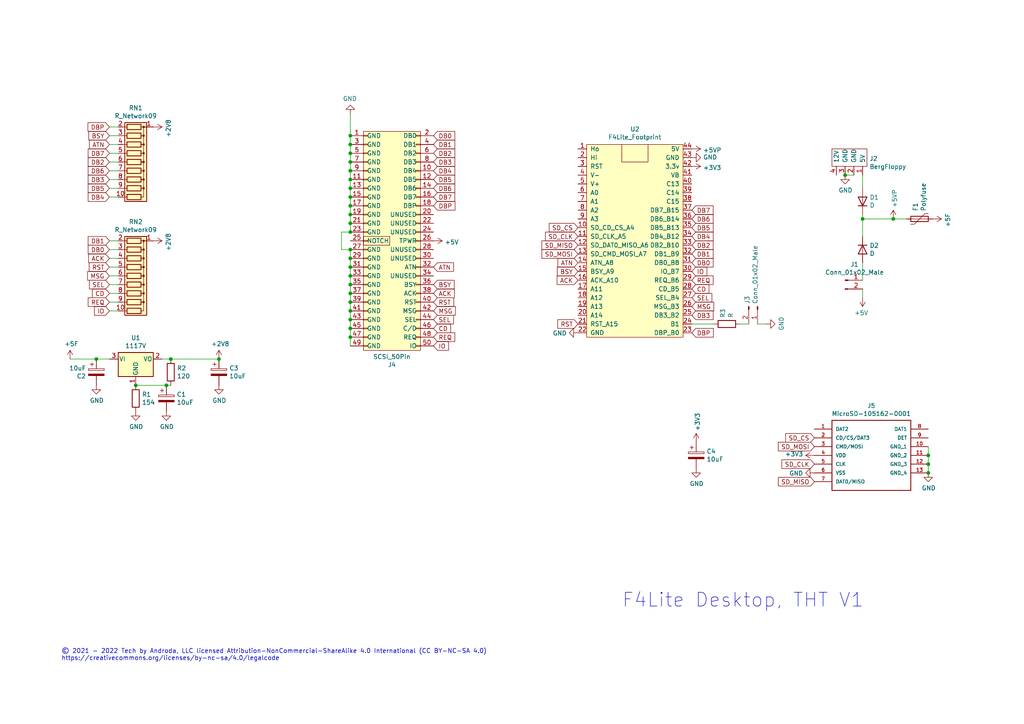
<source format=kicad_sch>
(kicad_sch (version 20211123) (generator eeschema)
  (paper "A4")
  (lib_symbols
    (symbol "Connector:Conn_01x02_Male" (pin_names (offset 1.016) hide)
      (property "Reference" "J" (at 0 2.54 0))
      (property "Value" "Conn_01x02_Male" (at 0 -5.08 0))
      (symbol "Conn_01x02_Male_1_1"
        (polyline (pts (xy 1.27 -2.54) (xy 0.8636 -2.54)) (stroke (width 0.1524)))
        (polyline (pts (xy 1.27 0) (xy 0.8636 0)) (stroke (width 0.1524)))
        (rectangle (start 0.8636 -2.413) (end 0 -2.667) (stroke (width 0.1524)) (fill (type outline)))
        (rectangle (start 0.8636 0.127) (end 0 -0.127) (stroke (width 0.1524)) (fill (type outline)))
        (pin passive line (at 5.08 0 180) (length 3.81) (name "Pin_1") (number "1"))
        (pin passive line (at 5.08 -2.54 180) (length 3.81) (name "Pin_2") (number "2"))
      )
    )
    (symbol "Device:CP" (pin_numbers hide) (pin_names (offset 0.254))
      (property "Reference" "C" (at 0.635 2.54 0))
      (property "Value" "Device_CP" (at 0.635 -2.54 0))
      (symbol "CP_0_1"
        (rectangle (start -2.286 0.508) (end 2.286 1.016))
        (polyline (pts (xy -1.778 2.286) (xy -0.762 2.286)))
        (polyline (pts (xy -1.27 2.794) (xy -1.27 1.778)))
        (rectangle (start 2.286 -0.508) (end -2.286 -1.016) (fill (type outline)))
      )
      (symbol "CP_1_1"
        (pin passive line (at 0 3.81 270) (length 2.794) (name "~") (number "1"))
        (pin passive line (at 0 -3.81 90) (length 2.794) (name "~") (number "2"))
      )
    )
    (symbol "Device:D" (pin_numbers hide) (pin_names (offset 1.016) hide)
      (property "Reference" "D" (at 0 2.54 0))
      (property "Value" "D" (at 0 -2.54 0))
      (symbol "D_0_1"
        (polyline (pts (xy -1.27 1.27) (xy -1.27 -1.27)) (stroke (width 0.254)))
        (polyline (pts (xy 1.27 0) (xy -1.27 0)))
        (polyline (pts (xy 1.27 1.27) (xy 1.27 -1.27) (xy -1.27 0) (xy 1.27 1.27)) (stroke (width 0.254)))
      )
      (symbol "D_1_1"
        (pin passive line (at -3.81 0 0) (length 2.54) (name "K") (number "1"))
        (pin passive line (at 3.81 0 180) (length 2.54) (name "A") (number "2"))
      )
    )
    (symbol "Device:Polyfuse" (pin_numbers hide) (pin_names (offset 0))
      (property "Reference" "F" (at -2.54 0 90))
      (property "Value" "Polyfuse" (at 2.54 0 90))
      (symbol "Polyfuse_0_1"
        (rectangle (start -0.762 2.54) (end 0.762 -2.54) (stroke (width 0.254)))
        (polyline (pts (xy 0 2.54) (xy 0 -2.54)))
        (polyline (pts (xy -1.524 2.54) (xy -1.524 1.524) (xy 1.524 -1.524) (xy 1.524 -2.54)))
      )
      (symbol "Polyfuse_1_1"
        (pin passive line (at 0 3.81 270) (length 1.27) (name "~") (number "1"))
        (pin passive line (at 0 -3.81 90) (length 1.27) (name "~") (number "2"))
      )
    )
    (symbol "Device:R" (pin_numbers hide) (pin_names (offset 0))
      (property "Reference" "R" (at 2.032 0 90))
      (property "Value" "R" (at 0 0 90))
      (symbol "R_0_1"
        (rectangle (start -1.016 -2.54) (end 1.016 2.54) (stroke (width 0.254)))
      )
      (symbol "R_1_1"
        (pin passive line (at 0 3.81 270) (length 1.27) (name "~") (number "1"))
        (pin passive line (at 0 -3.81 90) (length 1.27) (name "~") (number "2"))
      )
    )
    (symbol "Device:R_Network09" (pin_names (offset 0) hide)
      (property "Reference" "RN" (at -12.7 0 90))
      (property "Value" "R_Network09" (at 12.7 0 90))
      (symbol "R_Network09_0_1"
        (rectangle (start -11.43 -3.175) (end 11.43 3.175) (stroke (width 0.254)) (fill (type background)))
        (rectangle (start -10.922 1.524) (end -9.398 -2.54) (stroke (width 0.254)))
        (circle (center -10.16 2.286) (radius 0.254) (fill (type outline)))
        (rectangle (start -8.382 1.524) (end -6.858 -2.54) (stroke (width 0.254)))
        (circle (center -7.62 2.286) (radius 0.254) (fill (type outline)))
        (rectangle (start -5.842 1.524) (end -4.318 -2.54) (stroke (width 0.254)))
        (circle (center -5.08 2.286) (radius 0.254) (fill (type outline)))
        (rectangle (start -3.302 1.524) (end -1.778 -2.54) (stroke (width 0.254)))
        (circle (center -2.54 2.286) (radius 0.254) (fill (type outline)))
        (rectangle (start -0.762 1.524) (end 0.762 -2.54) (stroke (width 0.254)))
        (polyline (pts (xy -10.16 -2.54) (xy -10.16 -3.81)))
        (polyline (pts (xy -7.62 -2.54) (xy -7.62 -3.81)))
        (polyline (pts (xy -5.08 -2.54) (xy -5.08 -3.81)))
        (polyline (pts (xy -2.54 -2.54) (xy -2.54 -3.81)))
        (polyline (pts (xy 0 -2.54) (xy 0 -3.81)))
        (polyline (pts (xy 2.54 -2.54) (xy 2.54 -3.81)))
        (polyline (pts (xy 5.08 -2.54) (xy 5.08 -3.81)))
        (polyline (pts (xy 7.62 -2.54) (xy 7.62 -3.81)))
        (polyline (pts (xy 10.16 -2.54) (xy 10.16 -3.81)))
        (polyline (pts (xy -10.16 1.524) (xy -10.16 2.286) (xy -7.62 2.286) (xy -7.62 1.524)))
        (polyline (pts (xy -7.62 1.524) (xy -7.62 2.286) (xy -5.08 2.286) (xy -5.08 1.524)))
        (polyline (pts (xy -5.08 1.524) (xy -5.08 2.286) (xy -2.54 2.286) (xy -2.54 1.524)))
        (polyline (pts (xy -2.54 1.524) (xy -2.54 2.286) (xy 0 2.286) (xy 0 1.524)))
        (polyline (pts (xy 0 1.524) (xy 0 2.286) (xy 2.54 2.286) (xy 2.54 1.524)))
        (polyline (pts (xy 2.54 1.524) (xy 2.54 2.286) (xy 5.08 2.286) (xy 5.08 1.524)))
        (polyline (pts (xy 5.08 1.524) (xy 5.08 2.286) (xy 7.62 2.286) (xy 7.62 1.524)))
        (polyline (pts (xy 7.62 1.524) (xy 7.62 2.286) (xy 10.16 2.286) (xy 10.16 1.524)))
        (circle (center 0 2.286) (radius 0.254) (fill (type outline)))
        (rectangle (start 1.778 1.524) (end 3.302 -2.54) (stroke (width 0.254)))
        (circle (center 2.54 2.286) (radius 0.254) (fill (type outline)))
        (rectangle (start 4.318 1.524) (end 5.842 -2.54) (stroke (width 0.254)))
        (circle (center 5.08 2.286) (radius 0.254) (fill (type outline)))
        (rectangle (start 6.858 1.524) (end 8.382 -2.54) (stroke (width 0.254)))
        (circle (center 7.62 2.286) (radius 0.254) (fill (type outline)))
        (rectangle (start 9.398 1.524) (end 10.922 -2.54) (stroke (width 0.254)))
      )
      (symbol "R_Network09_1_1"
        (pin passive line (at -10.16 5.08 270) (length 2.54) (name "common") (number "1"))
        (pin passive line (at 10.16 -5.08 90) (length 1.27) (name "R9") (number "10"))
        (pin passive line (at -10.16 -5.08 90) (length 1.27) (name "R1") (number "2"))
        (pin passive line (at -7.62 -5.08 90) (length 1.27) (name "R2") (number "3"))
        (pin passive line (at -5.08 -5.08 90) (length 1.27) (name "R3") (number "4"))
        (pin passive line (at -2.54 -5.08 90) (length 1.27) (name "R4") (number "5"))
        (pin passive line (at 0 -5.08 90) (length 1.27) (name "R5") (number "6"))
        (pin passive line (at 2.54 -5.08 90) (length 1.27) (name "R6") (number "7"))
        (pin passive line (at 5.08 -5.08 90) (length 1.27) (name "R7") (number "8"))
        (pin passive line (at 7.62 -5.08 90) (length 1.27) (name "R8") (number "9"))
      )
    )
    (symbol "Regulator_Linear:1117V" (pin_names (offset 0.254))
      (property "Reference" "U" (at -3.81 3.175 0))
      (property "Value" "1117V" (at 0 3.175 0))
      (symbol "1117V_0_1"
        (rectangle (start -5.08 -5.08) (end 5.08 1.905) (stroke (width 0.254)) (fill (type background)))
      )
      (symbol "1117V_1_1"
        (pin power_in line (at 0 -7.62 90) (length 2.54) (name "GND") (number "1"))
        (pin power_out line (at 7.62 0 180) (length 2.54) (name "VO") (number "2"))
        (pin power_in line (at -7.62 0 0) (length 2.54) (name "VI") (number "3"))
      )
    )
    (symbol "custom_symbols:+5V_TPWR" (power) (pin_names (offset 0))
      (property "Value" "custom_symbols_+5V_TPWR" (at 0 3.556 0))
      (symbol "+5V_TPWR_0_1"
        (polyline (pts (xy -0.762 1.27) (xy 0 2.54)))
        (polyline (pts (xy 0 0) (xy 0 2.54)))
        (polyline (pts (xy 0 2.54) (xy 0.762 1.27)))
      )
      (symbol "+5V_TPWR_1_1"
        (pin power_in line (at 0 0 90) (length 0) hide (name "+5V") (number "1"))
      )
    )
    (symbol "custom_symbols:BergFloppy" (pin_names (offset 1.016))
      (property "Reference" "J" (at 0 -1.27 0))
      (property "Value" "custom_symbols_BergFloppy" (at 0 1.27 0))
      (symbol "BergFloppy_0_1"
        (rectangle (start -5.08 -10.16) (end 5.08 -5.08))
      )
      (symbol "BergFloppy_1_1"
        (pin power_in line (at 3.81 -12.7 90) (length 2.54) (name "5V") (number "1"))
        (pin power_in line (at 1.27 -12.7 90) (length 2.54) (name "GND") (number "2"))
        (pin power_in line (at -1.27 -12.7 90) (length 2.54) (name "GND") (number "3"))
        (pin power_in line (at -3.81 -12.7 90) (length 2.54) (name "12V") (number "4"))
      )
    )
    (symbol "custom_symbols:F4Lite_BlueSCSI" (pin_names (offset 1.016))
      (property "Reference" "U" (at 0 0 0))
      (property "Value" "custom_symbols_F4Lite_BlueSCSI" (at 0 2.54 0))
      (symbol "F4Lite_BlueSCSI_0_1"
        (rectangle (start -13.97 -3.81) (end 13.97 -59.69) (fill (type background)))
        (polyline (pts (xy -3.81 -3.81) (xy -3.81 -8.89) (xy 3.81 -8.89) (xy 3.81 -3.81)))
      )
      (symbol "F4Lite_BlueSCSI_1_1"
        (pin input line (at -16.51 -5.08 0) (length 2.54) (name "Ho") (number "1"))
        (pin input line (at -16.51 -27.94 0) (length 2.54) (name "SD_CD_CS_A4") (number "10"))
        (pin input line (at -16.51 -30.48 0) (length 2.54) (name "SD_CLK_A5") (number "11"))
        (pin input line (at -16.51 -33.02 0) (length 2.54) (name "SD_DAT0_MISO_A6") (number "12"))
        (pin input line (at -16.51 -35.56 0) (length 2.54) (name "SD_CMD_MOSI_A7") (number "13"))
        (pin input line (at -16.51 -38.1 0) (length 2.54) (name "ATN_A8") (number "14"))
        (pin input line (at -16.51 -40.64 0) (length 2.54) (name "BSY_A9") (number "15"))
        (pin input line (at -16.51 -43.18 0) (length 2.54) (name "ACK_A10") (number "16"))
        (pin input line (at -16.51 -45.72 0) (length 2.54) (name "A11") (number "17"))
        (pin input line (at -16.51 -48.26 0) (length 2.54) (name "A12") (number "18"))
        (pin input line (at -16.51 -50.8 0) (length 2.54) (name "A13") (number "19"))
        (pin input line (at -16.51 -7.62 0) (length 2.54) (name "Hi") (number "2"))
        (pin input line (at -16.51 -53.34 0) (length 2.54) (name "A14") (number "20"))
        (pin input line (at -16.51 -55.88 0) (length 2.54) (name "RST_A15") (number "21"))
        (pin input line (at -16.51 -58.42 0) (length 2.54) (name "GND") (number "22"))
        (pin input line (at 16.51 -58.42 180) (length 2.54) (name "DBP_B0") (number "23"))
        (pin input line (at 16.51 -55.88 180) (length 2.54) (name "B1") (number "24"))
        (pin input line (at 16.51 -53.34 180) (length 2.54) (name "DB3_B2") (number "25"))
        (pin input line (at 16.51 -50.8 180) (length 2.54) (name "MSG_B3") (number "26"))
        (pin input line (at 16.51 -48.26 180) (length 2.54) (name "SEL_B4") (number "27"))
        (pin input line (at 16.51 -45.72 180) (length 2.54) (name "CD_B5") (number "28"))
        (pin input line (at 16.51 -43.18 180) (length 2.54) (name "REQ_B6") (number "29"))
        (pin input line (at -16.51 -10.16 0) (length 2.54) (name "RST") (number "3"))
        (pin input line (at 16.51 -40.64 180) (length 2.54) (name "IO_B7") (number "30"))
        (pin input line (at 16.51 -38.1 180) (length 2.54) (name "DB0_B8") (number "31"))
        (pin input line (at 16.51 -35.56 180) (length 2.54) (name "DB1_B9") (number "32"))
        (pin input line (at 16.51 -33.02 180) (length 2.54) (name "DB2_B10") (number "33"))
        (pin input line (at 16.51 -30.48 180) (length 2.54) (name "DB4_B12") (number "34"))
        (pin input line (at 16.51 -27.94 180) (length 2.54) (name "DB5_B13") (number "35"))
        (pin input line (at 16.51 -25.4 180) (length 2.54) (name "DB6_B14") (number "36"))
        (pin input line (at 16.51 -22.86 180) (length 2.54) (name "DB7_B15") (number "37"))
        (pin input line (at 16.51 -20.32 180) (length 2.54) (name "C15") (number "38"))
        (pin input line (at 16.51 -17.78 180) (length 2.54) (name "C14") (number "39"))
        (pin input line (at -16.51 -12.7 0) (length 2.54) (name "V-") (number "4"))
        (pin input line (at 16.51 -15.24 180) (length 2.54) (name "C13") (number "40"))
        (pin input line (at 16.51 -12.7 180) (length 2.54) (name "VB") (number "41"))
        (pin input line (at 16.51 -10.16 180) (length 2.54) (name "3.3v") (number "42"))
        (pin input line (at 16.51 -7.62 180) (length 2.54) (name "GND") (number "43"))
        (pin input line (at 16.51 -5.08 180) (length 2.54) (name "5V") (number "44"))
        (pin input line (at -16.51 -15.24 0) (length 2.54) (name "V+") (number "5"))
        (pin input line (at -16.51 -17.78 0) (length 2.54) (name "A0") (number "6"))
        (pin input line (at -16.51 -20.32 0) (length 2.54) (name "A1") (number "7"))
        (pin input line (at -16.51 -22.86 0) (length 2.54) (name "A2") (number "8"))
        (pin input line (at -16.51 -25.4 0) (length 2.54) (name "A3") (number "9"))
      )
    )
    (symbol "custom_symbols:MicroSD-105162-0001" (pin_names (offset 1.016))
      (property "Reference" "J" (at 29.21 7.62 0))
      (property "Value" "custom_symbols_MicroSD-105162-0001" (at 29.21 5.08 0))
      (symbol "MicroSD-105162-0001_0_0"
        (polyline (pts (xy 5.08 2.54) (xy 5.08 -17.78)) (stroke (width 0.254)))
        (polyline (pts (xy 5.08 2.54) (xy 27.94 2.54)) (stroke (width 0.254)))
        (polyline (pts (xy 27.94 -17.78) (xy 5.08 -17.78)) (stroke (width 0.254)))
        (polyline (pts (xy 27.94 -17.78) (xy 27.94 2.54)) (stroke (width 0.254)))
        (pin bidirectional line (at 0 0 0) (length 5.08) (name "DAT2") (number "1"))
        (pin bidirectional line (at 33.02 -5.08 180) (length 5.08) (name "GND_1") (number "10"))
        (pin bidirectional line (at 33.02 -7.62 180) (length 5.08) (name "GND_2") (number "11"))
        (pin bidirectional line (at 33.02 -10.16 180) (length 5.08) (name "GND_3") (number "12"))
        (pin bidirectional line (at 33.02 -12.7 180) (length 5.08) (name "GND_4") (number "13"))
        (pin bidirectional line (at 0 -2.54 0) (length 5.08) (name "CD/CS/DAT3") (number "2"))
        (pin bidirectional line (at 0 -5.08 0) (length 5.08) (name "CMD/MOSI") (number "3"))
        (pin bidirectional line (at 0 -7.62 0) (length 5.08) (name "VDD") (number "4"))
        (pin bidirectional line (at 0 -10.16 0) (length 5.08) (name "CLK") (number "5"))
        (pin bidirectional line (at 0 -12.7 0) (length 5.08) (name "VSS") (number "6"))
        (pin bidirectional line (at 0 -15.24 0) (length 5.08) (name "DAT0/MISO") (number "7"))
        (pin bidirectional line (at 33.02 0 180) (length 5.08) (name "DAT1") (number "8"))
        (pin bidirectional line (at 33.02 -2.54 180) (length 5.08) (name "DET") (number "9"))
      )
    )
    (symbol "custom_symbols:SCSI_50Pin" (pin_names (offset 1.016))
      (property "Reference" "J" (at -3.81 33.02 0))
      (property "Value" "custom_symbols_SCSI_50Pin" (at -3.81 -33.02 0))
      (symbol "SCSI_50Pin_0_1"
        (rectangle (start -11.43 1.27) (end -3.81 -1.27))
        (rectangle (start -11.43 31.75) (end 5.08 -31.75) (fill (type background)))
      )
      (symbol "SCSI_50Pin_1_1"
        (rectangle (start -11.43 -30.353) (end -10.16 -30.607) (stroke (width 0.1524)))
        (rectangle (start -11.43 -27.813) (end -10.16 -28.067) (stroke (width 0.1524)))
        (rectangle (start -11.43 -25.273) (end -10.16 -25.527) (stroke (width 0.1524)))
        (rectangle (start -11.43 -22.733) (end -10.16 -22.987) (stroke (width 0.1524)))
        (rectangle (start -11.43 -20.193) (end -10.16 -20.447) (stroke (width 0.1524)))
        (rectangle (start -11.43 -17.653) (end -10.16 -17.907) (stroke (width 0.1524)))
        (rectangle (start -11.43 -15.113) (end -10.16 -15.367) (stroke (width 0.1524)))
        (rectangle (start -11.43 -12.573) (end -10.16 -12.827) (stroke (width 0.1524)))
        (rectangle (start -11.43 -10.033) (end -10.16 -10.287) (stroke (width 0.1524)))
        (rectangle (start -11.43 -7.493) (end -10.16 -7.747) (stroke (width 0.1524)))
        (rectangle (start -11.43 -4.953) (end -10.16 -5.207) (stroke (width 0.1524)))
        (rectangle (start -11.43 -2.413) (end -10.16 -2.667) (stroke (width 0.1524)))
        (rectangle (start -11.43 0.127) (end -10.16 -0.127) (stroke (width 0.1524)))
        (rectangle (start -11.43 2.667) (end -10.16 2.413) (stroke (width 0.1524)))
        (rectangle (start -11.43 5.207) (end -10.16 4.953) (stroke (width 0.1524)))
        (rectangle (start -11.43 7.747) (end -10.16 7.493) (stroke (width 0.1524)))
        (rectangle (start -11.43 10.287) (end -10.16 10.033) (stroke (width 0.1524)))
        (rectangle (start -11.43 12.827) (end -10.16 12.573) (stroke (width 0.1524)))
        (rectangle (start -11.43 15.367) (end -10.16 15.113) (stroke (width 0.1524)))
        (rectangle (start -11.43 17.907) (end -10.16 17.653) (stroke (width 0.1524)))
        (rectangle (start -11.43 20.447) (end -10.16 20.193) (stroke (width 0.1524)))
        (rectangle (start -11.43 22.987) (end -10.16 22.733) (stroke (width 0.1524)))
        (rectangle (start -11.43 25.527) (end -10.16 25.273) (stroke (width 0.1524)))
        (rectangle (start -11.43 28.067) (end -10.16 27.813) (stroke (width 0.1524)))
        (rectangle (start -11.43 30.607) (end -10.16 30.353) (stroke (width 0.1524)))
        (rectangle (start 5.08 -30.353) (end 3.81 -30.607) (stroke (width 0.1524)))
        (rectangle (start 5.08 -27.813) (end 3.81 -28.067) (stroke (width 0.1524)))
        (rectangle (start 5.08 -25.273) (end 3.81 -25.527) (stroke (width 0.1524)))
        (rectangle (start 5.08 -22.733) (end 3.81 -22.987) (stroke (width 0.1524)))
        (rectangle (start 5.08 -20.193) (end 3.81 -20.447) (stroke (width 0.1524)))
        (rectangle (start 5.08 -17.653) (end 3.81 -17.907) (stroke (width 0.1524)))
        (rectangle (start 5.08 -15.113) (end 3.81 -15.367) (stroke (width 0.1524)))
        (rectangle (start 5.08 -12.573) (end 3.81 -12.827) (stroke (width 0.1524)))
        (rectangle (start 5.08 -10.033) (end 3.81 -10.287) (stroke (width 0.1524)))
        (rectangle (start 5.08 -7.493) (end 3.81 -7.747) (stroke (width 0.1524)))
        (rectangle (start 5.08 -4.953) (end 3.81 -5.207) (stroke (width 0.1524)))
        (rectangle (start 5.08 -2.413) (end 3.81 -2.667) (stroke (width 0.1524)))
        (rectangle (start 5.08 0.127) (end 3.81 -0.127) (stroke (width 0.1524)))
        (rectangle (start 5.08 2.667) (end 3.81 2.413) (stroke (width 0.1524)))
        (rectangle (start 5.08 5.207) (end 3.81 4.953) (stroke (width 0.1524)))
        (rectangle (start 5.08 7.747) (end 3.81 7.493) (stroke (width 0.1524)))
        (rectangle (start 5.08 10.287) (end 3.81 10.033) (stroke (width 0.1524)))
        (rectangle (start 5.08 12.827) (end 3.81 12.573) (stroke (width 0.1524)))
        (rectangle (start 5.08 15.367) (end 3.81 15.113) (stroke (width 0.1524)))
        (rectangle (start 5.08 17.907) (end 3.81 17.653) (stroke (width 0.1524)))
        (rectangle (start 5.08 20.447) (end 3.81 20.193) (stroke (width 0.1524)))
        (rectangle (start 5.08 22.987) (end 3.81 22.733) (stroke (width 0.1524)))
        (rectangle (start 5.08 25.527) (end 3.81 25.273) (stroke (width 0.1524)))
        (rectangle (start 5.08 28.067) (end 3.81 27.813) (stroke (width 0.1524)))
        (rectangle (start 5.08 30.607) (end 3.81 30.353) (stroke (width 0.1524)))
        (pin passive line (at -15.24 30.48 0) (length 3.81) (name "GND") (number "1"))
        (pin passive line (at 8.89 20.32 180) (length 3.81) (name "DB4") (number "10"))
        (pin passive line (at -15.24 17.78 0) (length 3.81) (name "GND") (number "11"))
        (pin passive line (at 8.89 17.78 180) (length 3.81) (name "DB5") (number "12"))
        (pin passive line (at -15.24 15.24 0) (length 3.81) (name "GND") (number "13"))
        (pin passive line (at 8.89 15.24 180) (length 3.81) (name "DB6") (number "14"))
        (pin passive line (at -15.24 12.7 0) (length 3.81) (name "GND") (number "15"))
        (pin passive line (at 8.89 12.7 180) (length 3.81) (name "DB7") (number "16"))
        (pin passive line (at -15.24 10.16 0) (length 3.81) (name "GND") (number "17"))
        (pin passive line (at 8.89 10.16 180) (length 3.81) (name "DBP") (number "18"))
        (pin passive line (at -15.24 7.62 0) (length 3.81) (name "GND") (number "19"))
        (pin passive line (at 8.89 30.48 180) (length 3.81) (name "DB0") (number "2"))
        (pin passive line (at 8.89 7.62 180) (length 3.81) (name "UNUSED") (number "20"))
        (pin passive line (at -15.24 5.08 0) (length 3.81) (name "GND") (number "21"))
        (pin passive line (at 8.89 5.08 180) (length 3.81) (name "UNUSED") (number "22"))
        (pin passive line (at -15.24 2.54 0) (length 3.81) (name "GND") (number "23"))
        (pin passive line (at 8.89 2.54 180) (length 3.81) (name "UNUSED") (number "24"))
        (pin passive line (at -15.24 0 0) (length 3.81) (name "NOTCH") (number "25"))
        (pin passive line (at 8.89 0 180) (length 3.81) (name "TPWR") (number "26"))
        (pin passive line (at -15.24 -2.54 0) (length 3.81) (name "GND") (number "27"))
        (pin passive line (at 8.89 -2.54 180) (length 3.81) (name "UNUSED") (number "28"))
        (pin passive line (at -15.24 -5.08 0) (length 3.81) (name "GND") (number "29"))
        (pin passive line (at -15.24 27.94 0) (length 3.81) (name "GND") (number "3"))
        (pin passive line (at 8.89 -5.08 180) (length 3.81) (name "UNUSED") (number "30"))
        (pin passive line (at -15.24 -7.62 0) (length 3.81) (name "GND") (number "31"))
        (pin passive line (at 8.89 -7.62 180) (length 3.81) (name "ATN") (number "32"))
        (pin passive line (at -15.24 -10.16 0) (length 3.81) (name "GND") (number "33"))
        (pin passive line (at 8.89 -10.16 180) (length 3.81) (name "UNUSED") (number "34"))
        (pin passive line (at -15.24 -12.7 0) (length 3.81) (name "GND") (number "35"))
        (pin passive line (at 8.89 -12.7 180) (length 3.81) (name "BSY") (number "36"))
        (pin passive line (at -15.24 -15.24 0) (length 3.81) (name "GND") (number "37"))
        (pin passive line (at 8.89 -15.24 180) (length 3.81) (name "ACK") (number "38"))
        (pin passive line (at -15.24 -17.78 0) (length 3.81) (name "GND") (number "39"))
        (pin passive line (at 8.89 27.94 180) (length 3.81) (name "DB1") (number "4"))
        (pin passive line (at 8.89 -17.78 180) (length 3.81) (name "RST") (number "40"))
        (pin passive line (at -15.24 -20.32 0) (length 3.81) (name "GND") (number "41"))
        (pin passive line (at 8.89 -20.32 180) (length 3.81) (name "MSG") (number "42"))
        (pin passive line (at -15.24 -22.86 0) (length 3.81) (name "GND") (number "43"))
        (pin passive line (at 8.89 -22.86 180) (length 3.81) (name "SEL") (number "44"))
        (pin passive line (at -15.24 -25.4 0) (length 3.81) (name "GND") (number "45"))
        (pin passive line (at 8.89 -25.4 180) (length 3.81) (name "C/D") (number "46"))
        (pin passive line (at -15.24 -27.94 0) (length 3.81) (name "GND") (number "47"))
        (pin passive line (at 8.89 -27.94 180) (length 3.81) (name "REQ") (number "48"))
        (pin passive line (at -15.24 -30.48 0) (length 3.81) (name "GND") (number "49"))
        (pin passive line (at -15.24 25.4 0) (length 3.81) (name "GND") (number "5"))
        (pin passive line (at 8.89 -30.48 180) (length 3.81) (name "IO") (number "50"))
        (pin passive line (at 8.89 25.4 180) (length 3.81) (name "DB2") (number "6"))
        (pin passive line (at -15.24 22.86 0) (length 3.81) (name "GND") (number "7"))
        (pin passive line (at 8.89 22.86 180) (length 3.81) (name "DB3") (number "8"))
        (pin passive line (at -15.24 20.32 0) (length 3.81) (name "GND") (number "9"))
      )
    )
    (symbol "power:+2V8" (power) (pin_names (offset 0))
      (property "Value" "+2V8" (at 0 3.556 0))
      (symbol "+2V8_0_1"
        (polyline (pts (xy -0.762 1.27) (xy 0 2.54)))
        (polyline (pts (xy 0 0) (xy 0 2.54)))
        (polyline (pts (xy 0 2.54) (xy 0.762 1.27)))
      )
      (symbol "+2V8_1_1"
        (pin power_in line (at 0 0 90) (length 0) hide (name "+2V8") (number "1"))
      )
    )
    (symbol "power:+3V3" (power) (pin_names (offset 0))
      (property "Value" "+3V3" (at 0 3.556 0))
      (symbol "+3V3_0_1"
        (polyline (pts (xy -0.762 1.27) (xy 0 2.54)))
        (polyline (pts (xy 0 0) (xy 0 2.54)))
        (polyline (pts (xy 0 2.54) (xy 0.762 1.27)))
      )
      (symbol "+3V3_1_1"
        (pin power_in line (at 0 0 90) (length 0) hide (name "+3V3") (number "1"))
      )
    )
    (symbol "power:+5F" (power) (pin_names (offset 0))
      (property "Value" "+5F" (at 0 3.556 0))
      (symbol "+5F_0_1"
        (polyline (pts (xy -0.762 1.27) (xy 0 2.54)))
        (polyline (pts (xy 0 0) (xy 0 2.54)))
        (polyline (pts (xy 0 2.54) (xy 0.762 1.27)))
      )
      (symbol "+5F_1_1"
        (pin power_in line (at 0 0 90) (length 0) hide (name "+5F") (number "1"))
      )
    )
    (symbol "power:+5VP" (power) (pin_names (offset 0))
      (property "Value" "+5VP" (at 0 3.556 0))
      (symbol "+5VP_0_1"
        (polyline (pts (xy -0.762 1.27) (xy 0 2.54)))
        (polyline (pts (xy 0 0) (xy 0 2.54)))
        (polyline (pts (xy 0 2.54) (xy 0.762 1.27)))
      )
      (symbol "+5VP_1_1"
        (pin power_in line (at 0 0 90) (length 0) hide (name "+5VP") (number "1"))
      )
    )
    (symbol "power:GND" (power) (pin_names (offset 0))
      (property "Value" "GND" (at 0 -3.81 0))
      (symbol "GND_0_1"
        (polyline (pts (xy 0 0) (xy 0 -1.27) (xy 1.27 -1.27) (xy 0 -2.54) (xy -1.27 -1.27) (xy 0 -1.27)))
      )
      (symbol "GND_1_1"
        (pin power_in line (at 0 0 270) (length 0) hide (name "GND") (number "1"))
      )
    )
  )
  (junction (at 49.53 104.14))
  (junction (at 101.6 77.47))
  (junction (at 101.6 80.01))
  (junction (at 269.24 137.16))
  (junction (at 101.6 57.15))
  (junction (at 101.6 95.25))
  (junction (at 101.6 44.45))
  (junction (at 101.6 90.17))
  (junction (at 101.6 85.09))
  (junction (at 269.24 134.62))
  (junction (at 27.94 104.14))
  (junction (at 101.6 87.63))
  (junction (at 101.6 41.91))
  (junction (at 269.24 132.08))
  (junction (at 101.6 49.53))
  (junction (at 101.6 46.99))
  (junction (at 101.6 59.69))
  (junction (at 101.6 52.07))
  (junction (at 63.5 104.14))
  (junction (at 101.6 72.39))
  (junction (at 101.6 97.79))
  (junction (at 259.08 63.5))
  (junction (at 101.6 62.23))
  (junction (at 245.11 50.8))
  (junction (at 101.6 67.31))
  (junction (at 101.6 54.61))
  (junction (at 250.19 63.5))
  (junction (at 39.37 111.76))
  (junction (at 101.6 74.93))
  (junction (at 48.26 111.76))
  (junction (at 101.6 92.71))
  (junction (at 101.6 64.77))
  (junction (at 101.6 39.37))
  (junction (at 101.6 82.55))
  (wire (pts (xy 34.29 36.83) (xy 31.75 36.83)))
  (wire (pts (xy 101.6 52.07) (xy 101.6 49.53)))
  (wire (pts (xy 269.24 134.62) (xy 269.24 137.16)))
  (wire (pts (xy 101.6 54.61) (xy 101.6 52.07)))
  (wire (pts (xy 49.53 111.76) (xy 48.26 111.76)))
  (wire (pts (xy 34.29 44.45) (xy 31.75 44.45)))
  (wire (pts (xy 200.66 93.98) (xy 207.01 93.98)))
  (wire (pts (xy 34.29 52.07) (xy 31.75 52.07)))
  (wire (pts (xy 101.6 77.47) (xy 101.6 74.93)))
  (wire (pts (xy 31.75 104.14) (xy 27.94 104.14)))
  (wire (pts (xy 101.6 59.69) (xy 101.6 57.15)))
  (wire (pts (xy 250.19 50.8) (xy 250.19 54.61)))
  (wire (pts (xy 101.6 62.23) (xy 101.6 59.69)))
  (wire (pts (xy 101.6 82.55) (xy 101.6 80.01)))
  (wire (pts (xy 31.75 72.39) (xy 34.29 72.39)))
  (wire (pts (xy 34.29 46.99) (xy 31.75 46.99)))
  (wire (pts (xy 250.19 68.58) (xy 250.19 63.5)))
  (wire (pts (xy 101.6 87.63) (xy 101.6 85.09)))
  (wire (pts (xy 48.26 111.76) (xy 39.37 111.76)))
  (wire (pts (xy 101.6 57.15) (xy 101.6 54.61)))
  (wire (pts (xy 27.94 104.14) (xy 20.32 104.14)))
  (wire (pts (xy 34.29 49.53) (xy 31.75 49.53)))
  (wire (pts (xy 101.6 49.53) (xy 101.6 46.99)))
  (wire (pts (xy 101.6 85.09) (xy 101.6 82.55)))
  (wire (pts (xy 101.6 41.91) (xy 101.6 39.37)))
  (wire (pts (xy 31.75 80.01) (xy 34.29 80.01)))
  (wire (pts (xy 219.71 93.98) (xy 222.25 93.98)))
  (wire (pts (xy 31.75 85.09) (xy 34.29 85.09)))
  (wire (pts (xy 31.75 69.85) (xy 34.29 69.85)))
  (wire (pts (xy 250.19 83.82) (xy 250.19 86.36)))
  (wire (pts (xy 269.24 129.54) (xy 269.24 132.08)))
  (wire (pts (xy 101.6 97.79) (xy 101.6 95.25)))
  (wire (pts (xy 101.6 95.25) (xy 101.6 92.71)))
  (wire (pts (xy 101.6 39.37) (xy 101.6 33.02)))
  (wire (pts (xy 101.6 72.39) (xy 99.06 72.39)))
  (wire (pts (xy 247.65 50.8) (xy 245.11 50.8)))
  (wire (pts (xy 101.6 90.17) (xy 101.6 87.63)))
  (wire (pts (xy 34.29 54.61) (xy 31.75 54.61)))
  (wire (pts (xy 269.24 132.08) (xy 269.24 134.62)))
  (wire (pts (xy 34.29 57.15) (xy 31.75 57.15)))
  (wire (pts (xy 101.6 92.71) (xy 101.6 90.17)))
  (wire (pts (xy 46.99 104.14) (xy 49.53 104.14)))
  (wire (pts (xy 217.17 93.98) (xy 214.63 93.98)))
  (wire (pts (xy 101.6 46.99) (xy 101.6 44.45)))
  (wire (pts (xy 34.29 39.37) (xy 31.75 39.37)))
  (wire (pts (xy 49.53 104.14) (xy 63.5 104.14)))
  (wire (pts (xy 101.6 80.01) (xy 101.6 77.47)))
  (wire (pts (xy 31.75 90.17) (xy 34.29 90.17)))
  (wire (pts (xy 101.6 64.77) (xy 101.6 62.23)))
  (wire (pts (xy 31.75 74.93) (xy 34.29 74.93)))
  (wire (pts (xy 101.6 44.45) (xy 101.6 41.91)))
  (wire (pts (xy 259.08 63.5) (xy 262.89 63.5)))
  (wire (pts (xy 101.6 74.93) (xy 101.6 72.39)))
  (wire (pts (xy 250.19 63.5) (xy 250.19 62.23)))
  (wire (pts (xy 101.6 67.31) (xy 101.6 64.77)))
  (wire (pts (xy 31.75 87.63) (xy 34.29 87.63)))
  (wire (pts (xy 99.06 67.31) (xy 101.6 67.31)))
  (wire (pts (xy 250.19 76.2) (xy 250.19 81.28)))
  (wire (pts (xy 99.06 72.39) (xy 99.06 67.31)))
  (wire (pts (xy 31.75 82.55) (xy 34.29 82.55)))
  (wire (pts (xy 101.6 100.33) (xy 101.6 97.79)))
  (wire (pts (xy 250.19 63.5) (xy 259.08 63.5)))
  (wire (pts (xy 31.75 77.47) (xy 34.29 77.47)))
  (wire (pts (xy 34.29 41.91) (xy 31.75 41.91)))
  (text "© 2021 - 2022 Tech by Androda, LLC licensed Attribution-NonCommercial-ShareAlike 4.0 International (CC BY-NC-SA 4.0)\nhttps://creativecommons.org/licenses/by-nc-sa/4.0/legalcode" (at 17.78 191.77 0) (effects (font (size 1.27 1.27)) (justify left bottom)))
  (text "F4Lite Desktop, THT V1" (at 180.34 176.53 0) (effects (font (size 4 4)) (justify left bottom)))
  (global_label "SD_CLK" (shape input) (at 236.22 134.62 180) (property "Intersheet References" "${INTERSHEET_REFS}" (effects hide)))
  (global_label "DBP" (shape input) (at 200.66 96.52 0) (property "Intersheet References" "${INTERSHEET_REFS}" (effects hide)))
  (global_label "ATN" (shape input) (at 31.75 41.91 180) (property "Intersheet References" "${INTERSHEET_REFS}" (effects hide)))
  (global_label "SD_MOSI" (shape input) (at 167.64 73.66 180) (property "Intersheet References" "${INTERSHEET_REFS}" (effects hide)))
  (global_label "SD_MOSI" (shape input) (at 236.22 129.54 180) (property "Intersheet References" "${INTERSHEET_REFS}" (effects hide)))
  (global_label "ACK" (shape input) (at 125.73 85.09 0) (property "Intersheet References" "${INTERSHEET_REFS}" (effects hide)))
  (global_label "DB7" (shape input) (at 125.73 57.15 0) (property "Intersheet References" "${INTERSHEET_REFS}" (effects hide)))
  (global_label "SEL" (shape input) (at 200.66 86.36 0) (property "Intersheet References" "${INTERSHEET_REFS}" (effects hide)))
  (global_label "DB1" (shape input) (at 125.73 41.91 0) (property "Intersheet References" "${INTERSHEET_REFS}" (effects hide)))
  (global_label "DB7" (shape input) (at 31.75 44.45 180) (property "Intersheet References" "${INTERSHEET_REFS}" (effects hide)))
  (global_label "MSG" (shape input) (at 200.66 88.9 0) (property "Intersheet References" "${INTERSHEET_REFS}" (effects hide)))
  (global_label "DB3" (shape input) (at 200.66 91.44 0) (property "Intersheet References" "${INTERSHEET_REFS}" (effects hide)))
  (global_label "ACK" (shape input) (at 167.64 81.28 180) (property "Intersheet References" "${INTERSHEET_REFS}" (effects hide)))
  (global_label "ATN" (shape input) (at 167.64 76.2 180) (property "Intersheet References" "${INTERSHEET_REFS}" (effects hide)))
  (global_label "SD_CLK" (shape input) (at 167.64 68.58 180) (property "Intersheet References" "${INTERSHEET_REFS}" (effects hide)))
  (global_label "SEL" (shape input) (at 125.73 92.71 0) (property "Intersheet References" "${INTERSHEET_REFS}" (effects hide)))
  (global_label "IO" (shape input) (at 31.75 90.17 180) (property "Intersheet References" "${INTERSHEET_REFS}" (effects hide)))
  (global_label "REQ" (shape input) (at 125.73 97.79 0) (property "Intersheet References" "${INTERSHEET_REFS}" (effects hide)))
  (global_label "CD" (shape input) (at 31.75 85.09 180) (property "Intersheet References" "${INTERSHEET_REFS}" (effects hide)))
  (global_label "DB5" (shape input) (at 200.66 66.04 0) (property "Intersheet References" "${INTERSHEET_REFS}" (effects hide)))
  (global_label "IO" (shape input) (at 125.73 100.33 0) (property "Intersheet References" "${INTERSHEET_REFS}" (effects hide)))
  (global_label "DB7" (shape input) (at 200.66 60.96 0) (property "Intersheet References" "${INTERSHEET_REFS}" (effects hide)))
  (global_label "DB6" (shape input) (at 200.66 63.5 0) (property "Intersheet References" "${INTERSHEET_REFS}" (effects hide)))
  (global_label "DB4" (shape input) (at 200.66 68.58 0) (property "Intersheet References" "${INTERSHEET_REFS}" (effects hide)))
  (global_label "DBP" (shape input) (at 31.75 36.83 180) (property "Intersheet References" "${INTERSHEET_REFS}" (effects hide)))
  (global_label "DB4" (shape input) (at 31.75 57.15 180) (property "Intersheet References" "${INTERSHEET_REFS}" (effects hide)))
  (global_label "DB2" (shape input) (at 31.75 46.99 180) (property "Intersheet References" "${INTERSHEET_REFS}" (effects hide)))
  (global_label "SD_MISO" (shape input) (at 167.64 71.12 180) (property "Intersheet References" "${INTERSHEET_REFS}" (effects hide)))
  (global_label "RST" (shape input) (at 125.73 87.63 0) (property "Intersheet References" "${INTERSHEET_REFS}" (effects hide)))
  (global_label "DB0" (shape input) (at 200.66 76.2 0) (property "Intersheet References" "${INTERSHEET_REFS}" (effects hide)))
  (global_label "DBP" (shape input) (at 125.73 59.69 0) (property "Intersheet References" "${INTERSHEET_REFS}" (effects hide)))
  (global_label "DB0" (shape input) (at 31.75 72.39 180) (property "Intersheet References" "${INTERSHEET_REFS}" (effects hide)))
  (global_label "DB6" (shape input) (at 125.73 54.61 0) (property "Intersheet References" "${INTERSHEET_REFS}" (effects hide)))
  (global_label "RST" (shape input) (at 167.64 93.98 180) (property "Intersheet References" "${INTERSHEET_REFS}" (effects hide)))
  (global_label "DB2" (shape input) (at 125.73 44.45 0) (property "Intersheet References" "${INTERSHEET_REFS}" (effects hide)))
  (global_label "RST" (shape input) (at 31.75 77.47 180) (property "Intersheet References" "${INTERSHEET_REFS}" (effects hide)))
  (global_label "CD" (shape input) (at 200.66 83.82 0) (property "Intersheet References" "${INTERSHEET_REFS}" (effects hide)))
  (global_label "SD_CS" (shape input) (at 167.64 66.04 180) (property "Intersheet References" "${INTERSHEET_REFS}" (effects hide)))
  (global_label "REQ" (shape input) (at 200.66 81.28 0) (property "Intersheet References" "${INTERSHEET_REFS}" (effects hide)))
  (global_label "DB4" (shape input) (at 125.73 49.53 0) (property "Intersheet References" "${INTERSHEET_REFS}" (effects hide)))
  (global_label "DB0" (shape input) (at 125.73 39.37 0) (property "Intersheet References" "${INTERSHEET_REFS}" (effects hide)))
  (global_label "SD_MISO" (shape input) (at 236.22 139.7 180) (property "Intersheet References" "${INTERSHEET_REFS}" (effects hide)))
  (global_label "DB6" (shape input) (at 31.75 49.53 180) (property "Intersheet References" "${INTERSHEET_REFS}" (effects hide)))
  (global_label "BSY" (shape input) (at 167.64 78.74 180) (property "Intersheet References" "${INTERSHEET_REFS}" (effects hide)))
  (global_label "ACK" (shape input) (at 31.75 74.93 180) (property "Intersheet References" "${INTERSHEET_REFS}" (effects hide)))
  (global_label "IO" (shape input) (at 200.66 78.74 0) (property "Intersheet References" "${INTERSHEET_REFS}" (effects hide)))
  (global_label "BSY" (shape input) (at 31.75 39.37 180) (property "Intersheet References" "${INTERSHEET_REFS}" (effects hide)))
  (global_label "DB3" (shape input) (at 125.73 46.99 0) (property "Intersheet References" "${INTERSHEET_REFS}" (effects hide)))
  (global_label "DB2" (shape input) (at 200.66 71.12 0) (property "Intersheet References" "${INTERSHEET_REFS}" (effects hide)))
  (global_label "DB5" (shape input) (at 125.73 52.07 0) (property "Intersheet References" "${INTERSHEET_REFS}" (effects hide)))
  (global_label "ATN" (shape input) (at 125.73 77.47 0) (property "Intersheet References" "${INTERSHEET_REFS}" (effects hide)))
  (global_label "CD" (shape input) (at 125.73 95.25 0) (property "Intersheet References" "${INTERSHEET_REFS}" (effects hide)))
  (global_label "BSY" (shape input) (at 125.73 82.55 0) (property "Intersheet References" "${INTERSHEET_REFS}" (effects hide)))
  (global_label "DB3" (shape input) (at 31.75 52.07 180) (property "Intersheet References" "${INTERSHEET_REFS}" (effects hide)))
  (global_label "REQ" (shape input) (at 31.75 87.63 180) (property "Intersheet References" "${INTERSHEET_REFS}" (effects hide)))
  (global_label "SEL" (shape input) (at 31.75 82.55 180) (property "Intersheet References" "${INTERSHEET_REFS}" (effects hide)))
  (global_label "MSG" (shape input) (at 125.73 90.17 0) (property "Intersheet References" "${INTERSHEET_REFS}" (effects hide)))
  (global_label "SD_CS" (shape input) (at 236.22 127 180) (property "Intersheet References" "${INTERSHEET_REFS}" (effects hide)))
  (global_label "MSG" (shape input) (at 31.75 80.01 180) (property "Intersheet References" "${INTERSHEET_REFS}" (effects hide)))
  (global_label "DB1" (shape input) (at 200.66 73.66 0) (property "Intersheet References" "${INTERSHEET_REFS}" (effects hide)))
  (global_label "DB5" (shape input) (at 31.75 54.61 180) (property "Intersheet References" "${INTERSHEET_REFS}" (effects hide)))
  (global_label "DB1" (shape input) (at 31.75 69.85 180) (property "Intersheet References" "${INTERSHEET_REFS}" (effects hide)))
  (symbol (lib_id "Regulator_Linear:1117V") (at 39.37 104.14 0) (unit 1)
    (property "Reference" "U1" (at 39.37 97.9932 0))
    (property "Value" "1117V" (at 39.37 100.3046 0))
    (property "Footprint" "Package_TO_SOT_THT:TO-220-3_Horizontal_TabDown" (effects hide))
    (property "Datasheet" "http://www.advanced-monolithic.com/pdf/ds1117.pdf" (effects hide))
  )
  (symbol (lib_id "power:GND") (at 39.37 119.38 0) (unit 1)
    (property "Reference" "#PWR06" (effects hide))
    (property "Value" "GND" (at 39.497 123.7742 0))
  )
  (symbol (lib_id "power:+2V8") (at 63.5 104.14 0) (unit 1)
    (property "Reference" "#PWR08" (effects hide))
    (property "Value" "+2V8" (at 63.881 99.7458 0))
  )
  (symbol (lib_id "Device:CP") (at 63.5 107.95 0) (unit 1)
    (property "Reference" "C3" (at 66.4972 106.7816 0) (effects (justify left)))
    (property "Value" "10uF" (at 66.4972 109.093 0) (effects (justify left)))
    (property "Footprint" "Capacitor_SMD:C_1210_3225Metric_Pad1.42x2.65mm_HandSolder" (effects hide))
  )
  (symbol (lib_id "Device:CP") (at 27.94 107.95 0) (unit 1)
    (property "Reference" "C2" (at 24.9428 109.1184 0) (effects (justify right)))
    (property "Value" "10uF" (at 24.9428 106.807 0) (effects (justify right)))
    (property "Footprint" "Capacitor_SMD:C_1210_3225Metric_Pad1.42x2.65mm_HandSolder" (effects hide))
  )
  (symbol (lib_id "power:GND") (at 27.94 111.76 0) (unit 1)
    (property "Reference" "#PWR03" (effects hide))
    (property "Value" "GND" (at 28.067 116.1542 0))
  )
  (symbol (lib_id "power:GND") (at 63.5 111.76 0) (unit 1)
    (property "Reference" "#PWR07" (effects hide))
    (property "Value" "GND" (at 63.627 116.1542 0))
  )
  (symbol (lib_id "custom_symbols:SCSI_50Pin") (at 116.84 69.85 0) (unit 1)
    (property "Reference" "J4" (at 113.665 105.791 0))
    (property "Value" "SCSI_50Pin" (at 113.665 103.4796 0))
    (property "Footprint" "CustomFootprints:SCSI_Internal_50Pin" (effects hide))
  )
  (symbol (lib_id "power:GND") (at 101.6 33.02 180) (unit 1)
    (property "Reference" "#PWR033" (effects hide))
    (property "Value" "GND" (at 101.473 28.6258 0))
  )
  (symbol (lib_id "custom_symbols:+5V_TPWR") (at 125.73 69.85 270) (unit 1)
    (property "Reference" "#PWR0101" (effects hide))
    (property "Value" "+5V_TPWR" (at 128.9812 70.231 90) (effects (justify left)))
  )
  (symbol (lib_id "custom_symbols:+5V_TPWR") (at 250.19 86.36 180) (unit 1)
    (property "Reference" "#PWR0103" (effects hide))
    (property "Value" "+5V_TPWR" (at 249.809 90.7542 0))
  )
  (symbol (lib_id "custom_symbols:MicroSD-105162-0001") (at 236.22 124.46 0) (unit 1)
    (property "Reference" "J5" (at 252.73 117.6782 0))
    (property "Value" "MicroSD-105162-0001" (at 252.73 119.9896 0))
    (property "Footprint" "CustomFootprints:microsd_molex_1051620001" (effects hide))
    (property "MANUFACTURER_PART_NUMBER" "105162-0001" (effects hide))
    (property "HEIGHT" "mm" (effects hide))
    (property "MOUSER_PART_NUMBER" "538-105162-0001" (effects hide))
    (property "DESCRIPTION" "Memory Card Connectors 1.45H MICRO SD HEADER WITH D/C PIN" (effects hide))
    (property "MANUFACTURER_NAME" "Molex" (effects hide))
    (property "MOUSER_PRICE-STOCK" "https://www.mouser.co.uk/ProductDetail/Molex/105162-0001?qs=1fNsfHe5VsK8daqlgKxZfQ%3D%3D" (effects hide))
  )
  (symbol (lib_id "power:GND") (at 236.22 137.16 270) (unit 1)
    (property "Reference" "#PWR0109" (effects hide))
    (property "Value" "GND" (at 232.9688 137.287 90) (effects (justify right)))
  )
  (symbol (lib_id "custom_symbols:BergFloppy") (at 246.38 38.1 0) (unit 1)
    (property "Reference" "J2" (at 252.1712 46.0248 0) (effects (justify left)))
    (property "Value" "BergFloppy" (at 252.1712 48.3362 0) (effects (justify left)))
    (property "Footprint" "CustomFootprints:BergFloppy_RightAngle" (effects hide))
  )
  (symbol (lib_id "power:GND") (at 245.11 50.8 0) (unit 1)
    (property "Reference" "#PWR0108" (effects hide))
    (property "Value" "GND" (at 245.237 55.1942 0))
  )
  (symbol (lib_id "power:GND") (at 269.24 137.16 0) (unit 1)
    (property "Reference" "#PWR0104" (effects hide))
    (property "Value" "GND" (at 269.367 141.5542 0))
  )
  (symbol (lib_id "power:+3V3") (at 236.22 132.08 90) (unit 1)
    (property "Reference" "#PWR0106" (effects hide))
    (property "Value" "+3V3" (at 232.9688 131.699 90) (effects (justify left)))
  )
  (symbol (lib_id "Device:Polyfuse") (at 266.7 63.5 90) (unit 1)
    (property "Reference" "F1" (at 265.5316 61.2648 0) (effects (justify left)))
    (property "Value" "Polyfuse" (at 267.843 61.2648 0) (effects (justify left)))
    (property "Footprint" "CustomFootprints:Fuse_BelFuse_0ZRE0005FF_L8.3mm_W3.8mm" (effects hide))
  )
  (symbol (lib_id "power:+5F") (at 20.32 104.14 0) (unit 1)
    (property "Reference" "#PWR0113" (effects hide))
    (property "Value" "+5F" (at 20.701 99.7458 0))
  )
  (symbol (lib_id "power:+5F") (at 270.51 63.5 270) (unit 1)
    (property "Reference" "#PWR0118" (effects hide))
    (property "Value" "+5F" (at 274.9042 63.881 0))
  )
  (symbol (lib_id "power:+5VP") (at 259.08 63.5 0) (unit 1)
    (property "Reference" "#PWR0119" (effects hide))
    (property "Value" "+5VP" (at 259.461 60.2488 90) (effects (justify left)))
  )
  (symbol (lib_id "Device:R") (at 49.53 107.95 0) (unit 1)
    (property "Reference" "R2" (at 51.308 106.7816 0) (effects (justify left)))
    (property "Value" "120" (at 51.308 109.093 0) (effects (justify left)))
    (property "Footprint" "Resistor_THT:R_Axial_DIN0204_L3.6mm_D1.6mm_P5.08mm_Vertical" (effects hide))
  )
  (symbol (lib_id "Device:R") (at 39.37 115.57 0) (unit 1)
    (property "Reference" "R1" (at 41.148 114.4016 0) (effects (justify left)))
    (property "Value" "154" (at 41.148 116.713 0) (effects (justify left)))
    (property "Footprint" "Resistor_THT:R_Axial_DIN0207_L6.3mm_D2.5mm_P10.16mm_Horizontal" (effects hide))
  )
  (symbol (lib_id "Device:CP") (at 48.26 115.57 0) (unit 1)
    (property "Reference" "C1" (at 51.2572 114.4016 0) (effects (justify left)))
    (property "Value" "10uF" (at 51.2572 116.713 0) (effects (justify left)))
    (property "Footprint" "Capacitor_SMD:C_1210_3225Metric_Pad1.42x2.65mm_HandSolder" (effects hide))
  )
  (symbol (lib_id "power:GND") (at 48.26 119.38 0) (unit 1)
    (property "Reference" "#PWR0102" (effects hide))
    (property "Value" "GND" (at 48.387 123.7742 0))
  )
  (symbol (lib_id "Device:R_Network09") (at 39.37 46.99 270) (unit 1)
    (property "Reference" "RN1" (at 39.37 31.3182 90))
    (property "Value" "R_Network09" (at 39.37 33.6296 90))
    (property "Footprint" "Resistor_THT:R_Array_SIP10" (effects hide))
    (property "Datasheet" "http://www.vishay.com/docs/31509/csc.pdf" (effects hide))
  )
  (symbol (lib_id "Device:R_Network09") (at 39.37 80.01 270) (unit 1)
    (property "Reference" "RN2" (at 39.37 64.3382 90))
    (property "Value" "R_Network09" (at 39.37 66.6496 90))
    (property "Footprint" "Resistor_THT:R_Array_SIP10" (effects hide))
    (property "Datasheet" "http://www.vishay.com/docs/31509/csc.pdf" (effects hide))
  )
  (symbol (lib_id "power:+2V8") (at 44.45 69.85 270) (unit 1)
    (property "Reference" "#PWR0110" (effects hide))
    (property "Value" "+2V8" (at 48.8442 70.231 0))
  )
  (symbol (lib_id "power:+2V8") (at 44.45 36.83 270) (unit 1)
    (property "Reference" "#PWR0111" (effects hide))
    (property "Value" "+2V8" (at 48.8442 37.211 0))
  )
  (symbol (lib_id "Connector:Conn_01x02_Male") (at 245.11 81.28 0) (unit 1)
    (property "Reference" "J1" (at 247.8532 76.6826 0))
    (property "Value" "Conn_01x02_Male" (at 247.8532 78.994 0))
    (property "Footprint" "Connector_PinHeader_2.54mm:PinHeader_1x02_P2.54mm_Vertical" (effects hide))
  )
  (symbol (lib_id "Device:D") (at 250.19 72.39 270) (unit 1)
    (property "Reference" "D2" (at 252.222 71.2216 90) (effects (justify left)))
    (property "Value" "D" (at 252.222 73.533 90) (effects (justify left)))
    (property "Footprint" "Diode_THT:D_A-405_P7.62mm_Horizontal" (effects hide))
  )
  (symbol (lib_id "Device:D") (at 250.19 58.42 90) (unit 1)
    (property "Reference" "D1" (at 252.222 57.2516 90) (effects (justify right)))
    (property "Value" "D" (at 252.222 59.563 90) (effects (justify right)))
    (property "Footprint" "Diode_THT:D_A-405_P7.62mm_Horizontal" (effects hide))
  )
  (symbol (lib_id "power:+3V3") (at 201.93 128.27 0) (unit 1)
    (property "Reference" "#PWR0107" (effects hide))
    (property "Value" "+3V3" (at 202.311 125.0188 90) (effects (justify left)))
  )
  (symbol (lib_id "power:GND") (at 201.93 135.89 0) (unit 1)
    (property "Reference" "#PWR0112" (effects hide))
    (property "Value" "GND" (at 202.057 140.2842 0))
  )
  (symbol (lib_id "Device:CP") (at 201.93 132.08 0) (unit 1)
    (property "Reference" "C4" (at 204.9272 130.9116 0) (effects (justify left)))
    (property "Value" "10uF" (at 204.9272 133.223 0) (effects (justify left)))
    (property "Footprint" "Capacitor_SMD:C_1210_3225Metric_Pad1.42x2.65mm_HandSolder" (effects hide))
  )
  (symbol (lib_id "custom_symbols:F4Lite_BlueSCSI") (at 184.15 38.1 0) (unit 1)
    (property "Reference" "U2" (at 184.15 37.465 0))
    (property "Value" "F4Lite_Footprint" (at 184.15 39.7764 0))
    (property "Footprint" "CustomFootprints:F4Lite_BlueSCSI" (effects hide))
  )
  (symbol (lib_id "power:+5VP") (at 200.66 43.18 270) (unit 1)
    (property "Reference" "#PWR0105" (effects hide))
    (property "Value" "+5VP" (at 203.9112 43.561 90) (effects (justify left)))
  )
  (symbol (lib_id "power:GND") (at 167.64 96.52 270) (unit 1)
    (property "Reference" "#PWR0114" (effects hide))
    (property "Value" "GND" (at 164.3888 96.647 90) (effects (justify right)))
  )
  (symbol (lib_id "power:+3V3") (at 200.66 48.26 270) (unit 1)
    (property "Reference" "#PWR0115" (effects hide))
    (property "Value" "+3V3" (at 203.9112 48.641 90) (effects (justify left)))
  )
  (symbol (lib_id "power:GND") (at 200.66 45.72 90) (unit 1)
    (property "Reference" "#PWR0116" (effects hide))
    (property "Value" "GND" (at 203.9112 45.593 90) (effects (justify right)))
  )
  (symbol (lib_id "Device:R") (at 210.82 93.98 90) (unit 1)
    (property "Reference" "R3" (at 209.6516 92.202 0) (effects (justify left)))
    (property "Value" "R" (at 211.963 92.202 0) (effects (justify left)))
    (property "Footprint" "Resistor_THT:R_Axial_DIN0207_L6.3mm_D2.5mm_P7.62mm_Horizontal" (effects hide))
  )
  (symbol (lib_id "power:GND") (at 222.25 93.98 90) (unit 1)
    (property "Reference" "#PWR0117" (effects hide))
    (property "Value" "GND" (at 226.6442 93.853 0))
  )
  (symbol (lib_id "Connector:Conn_01x02_Male") (at 219.71 88.9 270) (unit 1)
    (property "Reference" "J3" (at 216.7128 88.1888 0) (effects (justify right)))
    (property "Value" "Conn_01x02_Male" (at 219.0242 88.1888 0) (effects (justify right)))
    (property "Footprint" "Connector_PinHeader_2.54mm:PinHeader_1x02_P2.54mm_Vertical" (effects hide))
  )
)
</source>
